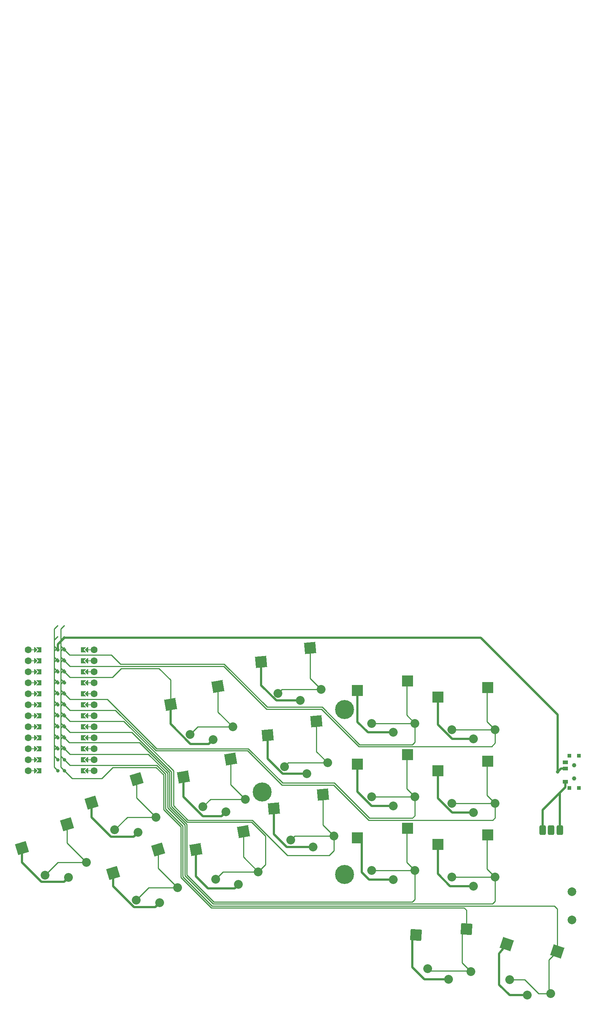
<source format=gtl>
%TF.GenerationSoftware,KiCad,Pcbnew,(6.0.4)*%
%TF.CreationDate,2022-06-08T17:57:10+02:00*%
%TF.ProjectId,basbousa,62617362-6f75-4736-912e-6b696361645f,v1.0.0*%
%TF.SameCoordinates,Original*%
%TF.FileFunction,Copper,L1,Top*%
%TF.FilePolarity,Positive*%
%FSLAX46Y46*%
G04 Gerber Fmt 4.6, Leading zero omitted, Abs format (unit mm)*
G04 Created by KiCad (PCBNEW (6.0.4)) date 2022-06-08 17:57:10*
%MOMM*%
%LPD*%
G01*
G04 APERTURE LIST*
G04 Aperture macros list*
%AMRoundRect*
0 Rectangle with rounded corners*
0 $1 Rounding radius*
0 $2 $3 $4 $5 $6 $7 $8 $9 X,Y pos of 4 corners*
0 Add a 4 corners polygon primitive as box body*
4,1,4,$2,$3,$4,$5,$6,$7,$8,$9,$2,$3,0*
0 Add four circle primitives for the rounded corners*
1,1,$1+$1,$2,$3*
1,1,$1+$1,$4,$5*
1,1,$1+$1,$6,$7*
1,1,$1+$1,$8,$9*
0 Add four rect primitives between the rounded corners*
20,1,$1+$1,$2,$3,$4,$5,0*
20,1,$1+$1,$4,$5,$6,$7,0*
20,1,$1+$1,$6,$7,$8,$9,0*
20,1,$1+$1,$8,$9,$2,$3,0*%
%AMRotRect*
0 Rectangle, with rotation*
0 The origin of the aperture is its center*
0 $1 length*
0 $2 width*
0 $3 Rotation angle, in degrees counterclockwise*
0 Add horizontal line*
21,1,$1,$2,0,0,$3*%
%AMFreePoly0*
4,1,6,0.600000,-0.200000,0.600000,-0.400000,-0.600000,-0.400000,-0.600000,-0.200000,0.000000,0.400000,0.600000,-0.200000,0.600000,-0.200000,$1*%
%AMFreePoly1*
4,1,5,0.125000,-0.500000,-0.125000,-0.500000,-0.125000,0.500000,0.125000,0.500000,0.125000,-0.500000,0.125000,-0.500000,$1*%
%AMFreePoly2*
4,1,6,0.600000,-1.000000,0.000000,-0.400000,-0.600000,-1.000000,-0.600000,0.250000,0.600000,0.250000,0.600000,-1.000000,0.600000,-1.000000,$1*%
%AMFreePoly3*
4,1,49,0.075053,5.687961,0.117161,5.631572,0.122131,5.561371,0.088389,5.499612,-0.641000,4.770224,-0.641000,0.817776,0.088389,0.088388,0.106147,0.064606,0.108253,0.062500,0.108552,0.061385,0.109852,0.059644,0.113262,0.043806,0.125000,0.000000,0.123721,-0.004772,0.124665,-0.009154,0.117240,-0.028961,0.108253,-0.062500,0.102516,-0.068237,0.099961,-0.075053,0.083136,-0.087617,
0.062500,-0.108253,0.051584,-0.111178,0.043572,-0.117161,0.024114,-0.118539,0.000000,-0.125000,-0.014036,-0.121239,-0.026629,-0.122131,-0.041951,-0.113759,-0.062500,-0.108253,-0.075109,-0.095644,-0.088388,-0.088389,-0.854388,0.677612,-0.867707,0.695448,-0.871189,0.698470,-0.871982,0.701174,-0.875852,0.706356,-0.882331,0.736451,-0.891000,0.766000,-0.891000,4.822000,-0.887805,4.844031,
-0.888131,4.848629,-0.886780,4.851102,-0.885852,4.857502,-0.869151,4.883368,-0.854388,4.910388,-0.088388,5.676389,-0.059644,5.697852,0.009154,5.712665,0.075053,5.687961,0.075053,5.687961,$1*%
G04 Aperture macros list end*
%TA.AperFunction,SMDPad,CuDef*%
%ADD10R,0.900000X0.900000*%
%TD*%
%TA.AperFunction,SMDPad,CuDef*%
%ADD11R,1.250000X0.900000*%
%TD*%
%TA.AperFunction,ComponentPad*%
%ADD12RoundRect,0.375000X-0.375000X-0.750000X0.375000X-0.750000X0.375000X0.750000X-0.375000X0.750000X0*%
%TD*%
%TA.AperFunction,ComponentPad*%
%ADD13C,2.000000*%
%TD*%
%TA.AperFunction,SMDPad,CuDef*%
%ADD14RotRect,2.600000X2.600000X10.000000*%
%TD*%
%TA.AperFunction,ComponentPad*%
%ADD15C,2.032000*%
%TD*%
%TA.AperFunction,SMDPad,CuDef*%
%ADD16RotRect,2.600000X2.600000X5.000000*%
%TD*%
%TA.AperFunction,SMDPad,CuDef*%
%ADD17R,2.600000X2.600000*%
%TD*%
%TA.AperFunction,SMDPad,CuDef*%
%ADD18RotRect,2.600000X2.600000X341.000000*%
%TD*%
%TA.AperFunction,WasherPad*%
%ADD19C,1.000000*%
%TD*%
%TA.AperFunction,SMDPad,CuDef*%
%ADD20RotRect,2.600000X2.600000X17.000000*%
%TD*%
%TA.AperFunction,ComponentPad*%
%ADD21C,4.400000*%
%TD*%
%TA.AperFunction,SMDPad,CuDef*%
%ADD22RotRect,2.600000X2.600000X356.000000*%
%TD*%
%TA.AperFunction,SMDPad,CuDef*%
%ADD23FreePoly0,270.000000*%
%TD*%
%TA.AperFunction,ComponentPad*%
%ADD24C,1.600000*%
%TD*%
%TA.AperFunction,SMDPad,CuDef*%
%ADD25FreePoly1,270.000000*%
%TD*%
%TA.AperFunction,SMDPad,CuDef*%
%ADD26FreePoly1,90.000000*%
%TD*%
%TA.AperFunction,SMDPad,CuDef*%
%ADD27FreePoly0,90.000000*%
%TD*%
%TA.AperFunction,SMDPad,CuDef*%
%ADD28FreePoly2,90.000000*%
%TD*%
%TA.AperFunction,SMDPad,CuDef*%
%ADD29FreePoly3,270.000000*%
%TD*%
%TA.AperFunction,ComponentPad*%
%ADD30C,0.800000*%
%TD*%
%TA.AperFunction,SMDPad,CuDef*%
%ADD31FreePoly2,270.000000*%
%TD*%
%TA.AperFunction,SMDPad,CuDef*%
%ADD32FreePoly3,90.000000*%
%TD*%
%TA.AperFunction,ViaPad*%
%ADD33C,0.800000*%
%TD*%
%TA.AperFunction,Conductor*%
%ADD34C,0.250000*%
%TD*%
%TA.AperFunction,Conductor*%
%ADD35C,0.500000*%
%TD*%
G04 APERTURE END LIST*
D10*
%TO.P,T1,*%
%TO.N,*%
X156169000Y87958000D03*
X158369000Y95358000D03*
X158369000Y87958000D03*
X156169000Y95358000D03*
D11*
%TO.P,T1,1*%
%TO.N,Braw*%
X155194000Y89408000D03*
%TO.P,T1,2*%
%TO.N,RAW*%
X155194000Y92408000D03*
%TO.P,T1,3*%
%TO.N,N/C*%
X155194000Y93908000D03*
%TD*%
D12*
%TO.P,PAD1,1*%
%TO.N,Braw*%
X149924000Y78232000D03*
X153924000Y78232000D03*
%TO.P,PAD1,2*%
%TO.N,GND*%
X151924000Y78232000D03*
%TD*%
D13*
%TO.P,B1,1*%
%TO.N,RST*%
X156718000Y63956000D03*
%TO.P,B1,2*%
%TO.N,GND*%
X156718000Y57456000D03*
%TD*%
D14*
%TO.P,S11,1*%
%TO.N,P19*%
X74892476Y111381133D03*
D15*
X78284340Y102078801D03*
X68436262Y100342320D03*
D14*
%TO.P,S11,2*%
%TO.N,GND*%
X63899972Y107208920D03*
D15*
X73724962Y99142464D03*
%TD*%
%TO.P,S15,1*%
%TO.N,P20*%
X100217298Y93764406D03*
D16*
X97649093Y103326959D03*
D15*
X90255351Y92892848D03*
%TO.P,S15,2*%
%TO.N,GND*%
X95419352Y91236618D03*
D16*
X86334787Y100128683D03*
%TD*%
D17*
%TO.P,S21,1*%
%TO.N,P2*%
X118686086Y95636016D03*
D15*
X120411087Y85886017D03*
X110411087Y85886017D03*
D17*
%TO.P,S21,2*%
%TO.N,GND*%
X107136086Y93436017D03*
D15*
X115411087Y83786017D03*
%TD*%
%TO.P,S29,1*%
%TO.N,P0*%
X128985000Y101378000D03*
X138985000Y101378000D03*
D17*
X137259999Y111127999D03*
D15*
%TO.P,S29,2*%
%TO.N,GND*%
X133985000Y99278000D03*
D17*
X125709999Y108928000D03*
%TD*%
D15*
%TO.P,S33,1*%
%TO.N,P8*%
X142318481Y43683012D03*
X151773667Y40427331D03*
D18*
X153316936Y50207741D03*
D15*
%TO.P,S33,2*%
%TO.N,GND*%
X146362381Y40069582D03*
D18*
X141679946Y51887913D03*
%TD*%
D14*
%TO.P,S7,1*%
%TO.N,P5*%
X80796514Y77897669D03*
D15*
X74340300Y66858856D03*
X84188378Y68595337D03*
%TO.P,S7,2*%
%TO.N,GND*%
X79629000Y65659000D03*
D14*
X69804010Y73725456D03*
%TD*%
D19*
%TO.P,T2,*%
%TO.N,*%
X157269000Y93158000D03*
X157269000Y90158000D03*
%TD*%
D20*
%TO.P,S1,1*%
%TO.N,P14*%
X39991903Y79569274D03*
D15*
X34929106Y67825928D03*
X44492153Y70749645D03*
%TO.P,S1,2*%
%TO.N,GND*%
X40324610Y67279547D03*
D20*
X29589800Y74088512D03*
%TD*%
D15*
%TO.P,S5,1*%
%TO.N,P10*%
X50992495Y78270380D03*
D20*
X56055292Y90013726D03*
D15*
X60555542Y81194097D03*
D20*
%TO.P,S5,2*%
%TO.N,GND*%
X45653189Y84532964D03*
D15*
X56387999Y77723999D03*
%TD*%
D17*
%TO.P,S27,1*%
%TO.N,P3*%
X137259999Y94127999D03*
D15*
X138985000Y84378000D03*
X128985000Y84378000D03*
D17*
%TO.P,S27,2*%
%TO.N,GND*%
X125709999Y91928000D03*
D15*
X133985000Y82278000D03*
%TD*%
%TO.P,S9,1*%
%TO.N,P18*%
X71388281Y83600588D03*
X81236359Y85337069D03*
D14*
X77844495Y94639401D03*
%TO.P,S9,2*%
%TO.N,GND*%
X66851991Y90467188D03*
D15*
X76676981Y82400732D03*
%TD*%
D16*
%TO.P,S13,1*%
%TO.N,P4*%
X99130741Y86391649D03*
D15*
X91736999Y75957538D03*
X101698946Y76829096D03*
%TO.P,S13,2*%
%TO.N,GND*%
X96901000Y74301308D03*
D16*
X87816435Y83193373D03*
%TD*%
D15*
%TO.P,S17,1*%
%TO.N,P21*%
X88773704Y109828158D03*
D16*
X96167446Y120262269D03*
D15*
X98735651Y110699716D03*
%TO.P,S17,2*%
%TO.N,GND*%
X93937705Y108171928D03*
D16*
X84853140Y117063993D03*
%TD*%
D21*
%TO.P,REF\u002A\u002A,1*%
%TO.N,N/C*%
X85090000Y86995000D03*
X104140000Y106045000D03*
X104140000Y67945000D03*
%TD*%
D22*
%TO.P,S31,1*%
%TO.N,P9*%
X132303162Y55355504D03*
D15*
X133343836Y45508925D03*
X123368195Y46206490D03*
D22*
%TO.P,S31,2*%
%TO.N,GND*%
X120627833Y53966551D03*
D15*
X128209527Y43762823D03*
%TD*%
%TO.P,S3,1*%
%TO.N,P16*%
X55962814Y62013199D03*
D20*
X61025611Y73756545D03*
D15*
X65525861Y64936916D03*
%TO.P,S3,2*%
%TO.N,GND*%
X61358318Y61466818D03*
D20*
X50623508Y68275783D03*
%TD*%
D15*
%TO.P,S23,1*%
%TO.N,P1*%
X110411087Y102886017D03*
D17*
X118686086Y112636016D03*
D15*
X120411087Y102886017D03*
D17*
%TO.P,S23,2*%
%TO.N,GND*%
X107136086Y110436017D03*
D15*
X115411087Y100786017D03*
%TD*%
%TO.P,S25,1*%
%TO.N,P7*%
X138985000Y67378000D03*
D17*
X137259999Y77127999D03*
D15*
X128985000Y67378000D03*
D17*
%TO.P,S25,2*%
%TO.N,GND*%
X125709999Y74928000D03*
D15*
X133985000Y65278000D03*
%TD*%
%TO.P,S19,1*%
%TO.N,P6*%
X110411087Y68886017D03*
D17*
X118686086Y78636016D03*
D15*
X120411087Y68886017D03*
%TO.P,S19,2*%
%TO.N,GND*%
X115411087Y66786017D03*
D17*
X107136086Y76436017D03*
%TD*%
D23*
%TO.P,,*%
%TO.N,*%
X32766000Y119888000D03*
D24*
X46228000Y99568000D03*
D25*
X32258000Y109728000D03*
D24*
X46228000Y91948000D03*
D26*
X44958000Y102108000D03*
D24*
X30988000Y97028000D03*
X30988000Y112268000D03*
X46228000Y104648000D03*
D23*
X32766000Y91948000D03*
X32766000Y114808000D03*
X32766000Y109728000D03*
D24*
X46228000Y102108000D03*
D23*
X32766000Y104648000D03*
D25*
X32258000Y91948000D03*
X32258000Y112268000D03*
D27*
X44450000Y119888000D03*
D26*
X44958000Y112268000D03*
D24*
X30988000Y104648000D03*
D27*
X44450000Y117348000D03*
D26*
X44958000Y94488000D03*
D24*
X30988000Y94488000D03*
X30988000Y102108000D03*
D26*
X44958000Y114808000D03*
D23*
X32766000Y112268000D03*
D27*
X44450000Y97028000D03*
D26*
X44958000Y109728000D03*
D24*
X46228000Y94488000D03*
D26*
X44958000Y117348000D03*
D24*
X30988000Y99568000D03*
X30988000Y114808000D03*
X30988000Y109728000D03*
D25*
X32258000Y117348000D03*
D24*
X46228000Y112268000D03*
D27*
X44450000Y112268000D03*
D23*
X32766000Y117348000D03*
D26*
X44958000Y107188000D03*
D25*
X32258000Y119888000D03*
D27*
X44450000Y91948000D03*
X44450000Y104648000D03*
D25*
X32258000Y107188000D03*
X32258000Y114808000D03*
X32258000Y102108000D03*
D24*
X30988000Y119888000D03*
D27*
X44450000Y109728000D03*
D24*
X46228000Y119888000D03*
X46228000Y117348000D03*
D26*
X44958000Y99568000D03*
D23*
X32766000Y107188000D03*
D25*
X32258000Y97028000D03*
D23*
X32766000Y102108000D03*
D26*
X44958000Y91948000D03*
X44958000Y119888000D03*
D25*
X32258000Y104648000D03*
D24*
X46228000Y97028000D03*
X46228000Y114808000D03*
D27*
X44450000Y94488000D03*
X44450000Y102108000D03*
D24*
X30988000Y91948000D03*
D23*
X32766000Y97028000D03*
D26*
X44958000Y97028000D03*
X44958000Y104648000D03*
D27*
X44450000Y99568000D03*
D25*
X32258000Y99568000D03*
D24*
X30988000Y107188000D03*
X46228000Y109728000D03*
D27*
X44450000Y107188000D03*
D24*
X30988000Y117348000D03*
D27*
X44450000Y114808000D03*
D25*
X32258000Y94488000D03*
D23*
X32766000Y94488000D03*
X32766000Y99568000D03*
D24*
X46228000Y107188000D03*
D28*
%TO.P,,1*%
%TO.N,RAW*%
X43434000Y119888000D03*
D29*
X37846000Y119888000D03*
D30*
X37846000Y119888000D03*
D29*
%TO.P,,2*%
%TO.N,GND*%
X37846000Y117348000D03*
D30*
X37846000Y117348000D03*
D28*
X43434000Y117348000D03*
D30*
%TO.P,,3*%
%TO.N,RST*%
X37846000Y114808000D03*
D28*
X43434000Y114808000D03*
D29*
X37846000Y114808000D03*
D28*
%TO.P,,4*%
%TO.N,VCC*%
X43434000Y112268000D03*
D29*
X37846000Y112268000D03*
D30*
X37846000Y112268000D03*
D29*
%TO.P,,5*%
%TO.N,P21*%
X37846000Y109728000D03*
D30*
X37846000Y109728000D03*
D28*
X43434000Y109728000D03*
%TO.P,,6*%
%TO.N,P20*%
X43434000Y107188000D03*
D29*
X37846000Y107188000D03*
D30*
X37846000Y107188000D03*
%TO.P,,7*%
%TO.N,P19*%
X37846000Y104648000D03*
D29*
X37846000Y104648000D03*
D28*
X43434000Y104648000D03*
D30*
%TO.P,,8*%
%TO.N,P18*%
X37846000Y102108000D03*
D29*
X37846000Y102108000D03*
D28*
X43434000Y102108000D03*
%TO.P,,9*%
%TO.N,P15*%
X43434000Y99568000D03*
D30*
X37846000Y99568000D03*
D29*
X37846000Y99568000D03*
D28*
%TO.P,,10*%
%TO.N,P14*%
X43434000Y97028000D03*
D29*
X37846000Y97028000D03*
D30*
X37846000Y97028000D03*
D29*
%TO.P,,11*%
%TO.N,P16*%
X37846000Y94488000D03*
D28*
X43434000Y94488000D03*
D30*
X37846000Y94488000D03*
D28*
%TO.P,,12*%
%TO.N,P10*%
X43434000Y91948000D03*
D29*
X37846000Y91948000D03*
D30*
X37846000Y91948000D03*
%TO.P,,13*%
%TO.N,P9*%
X39370000Y91948000D03*
D31*
X33782000Y91948000D03*
D32*
X39370000Y91948000D03*
%TO.P,,14*%
%TO.N,P8*%
X39370000Y94488000D03*
D30*
X39370000Y94488000D03*
D31*
X33782000Y94488000D03*
%TO.P,,15*%
%TO.N,P7*%
X33782000Y97028000D03*
D32*
X39370000Y97028000D03*
D30*
X39370000Y97028000D03*
D32*
%TO.P,,16*%
%TO.N,P6*%
X39370000Y99568000D03*
D31*
X33782000Y99568000D03*
D30*
X39370000Y99568000D03*
D31*
%TO.P,,17*%
%TO.N,P5*%
X33782000Y102108000D03*
D30*
X39370000Y102108000D03*
D32*
X39370000Y102108000D03*
D31*
%TO.P,,18*%
%TO.N,P4*%
X33782000Y104648000D03*
D32*
X39370000Y104648000D03*
D30*
X39370000Y104648000D03*
%TO.P,,19*%
%TO.N,P3*%
X39370000Y107188000D03*
D31*
X33782000Y107188000D03*
D32*
X39370000Y107188000D03*
D30*
%TO.P,,20*%
%TO.N,P2*%
X39370000Y109728000D03*
D31*
X33782000Y109728000D03*
D32*
X39370000Y109728000D03*
D31*
%TO.P,,21*%
%TO.N,GND*%
X33782000Y112268000D03*
D30*
X39370000Y112268000D03*
D32*
X39370000Y112268000D03*
D30*
%TO.P,,22*%
X39370000Y114808000D03*
D31*
X33782000Y114808000D03*
D32*
X39370000Y114808000D03*
D31*
%TO.P,,23*%
%TO.N,P0*%
X33782000Y117348000D03*
D32*
X39370000Y117348000D03*
D30*
X39370000Y117348000D03*
D32*
%TO.P,,24*%
%TO.N,P1*%
X39370000Y119888000D03*
D31*
X33782000Y119888000D03*
D30*
X39370000Y119888000D03*
%TD*%
D33*
%TO.N,RAW*%
X153430113Y91645917D03*
%TD*%
D34*
%TO.N,P6*%
X63672973Y83522181D02*
X64008000Y83187154D01*
X63672973Y91518155D02*
X63672973Y83522181D01*
X118536566Y78486496D02*
X118536566Y70760538D01*
X40494511Y98443489D02*
X56747639Y98443489D01*
X39370000Y99568000D02*
X40494511Y98443489D01*
X64008000Y83187151D02*
X67642560Y79552591D01*
X119771040Y61605040D02*
X120411087Y62245087D01*
X118536566Y70760538D02*
X120411087Y68886017D01*
X118686087Y78636017D02*
X118536566Y78486496D01*
X120411087Y62245087D02*
X120411087Y68886017D01*
X67642560Y67868594D02*
X73906114Y61605040D01*
X73906114Y61605040D02*
X119771040Y61605040D01*
X67642560Y79552591D02*
X67642560Y67868594D01*
X120411087Y68886017D02*
X110411087Y68886017D01*
X64008000Y83187154D02*
X64008000Y83187151D01*
X56747639Y98443489D02*
X63672973Y91518155D01*
D35*
%TO.N,GND*%
X55452647Y60450819D02*
X50623509Y65279957D01*
X88357387Y108171928D02*
X84853141Y111676174D01*
X68520026Y98126465D02*
X63899973Y102746518D01*
D34*
X63899973Y112884027D02*
X63899973Y107208920D01*
D35*
X119788424Y46581576D02*
X119788424Y52722072D01*
X50133217Y76708000D02*
X45653189Y81188028D01*
X108153560Y68448217D02*
X108153560Y75418544D01*
X55372000Y76708000D02*
X50133217Y76708000D01*
X125710000Y85580453D02*
X125710000Y91928000D01*
X139851259Y42520741D02*
X139851259Y49708566D01*
X56387999Y77723999D02*
X55372000Y76708000D01*
D34*
X39370000Y114808000D02*
X40640000Y113538000D01*
D35*
X133985000Y82278000D02*
X129012453Y82278000D01*
X78721517Y64751517D02*
X72569226Y64751517D01*
X84853141Y111676174D02*
X84853141Y117063993D01*
X71393358Y81384733D02*
X66851992Y85926099D01*
X61358318Y61466818D02*
X60342319Y60450819D01*
D34*
X50499075Y113538000D02*
X52531075Y115570000D01*
X52531075Y115570000D02*
X61214000Y115570000D01*
D35*
X125710000Y102580453D02*
X125710000Y108928000D01*
X109815760Y66786017D02*
X108153560Y68448217D01*
X93937705Y108171928D02*
X88357387Y108171928D01*
X73724962Y99142464D02*
X72708963Y98126465D01*
X90798692Y74301308D02*
X87816436Y77283564D01*
X45653189Y81188028D02*
X45653189Y84532964D01*
X129012453Y99278000D02*
X125710000Y102580453D01*
X107136087Y103216201D02*
X107136087Y110436017D01*
X87816436Y77283564D02*
X87816436Y83193373D01*
X128209528Y43762822D02*
X122607178Y43762822D01*
X115411087Y100786017D02*
X109566271Y100786017D01*
X110438540Y83786017D02*
X107136087Y87088470D01*
X129012453Y82278000D02*
X125710000Y85580453D01*
X63899973Y102746518D02*
X63899973Y107208920D01*
X115411087Y83786017D02*
X110438540Y83786017D01*
X125710000Y68092000D02*
X125710000Y74928000D01*
D34*
X61214000Y115570000D02*
X63899973Y112884027D01*
D35*
X86334788Y94740864D02*
X86334788Y100128683D01*
X107136087Y87088470D02*
X107136087Y93436017D01*
X34062952Y66263548D02*
X29589800Y70736700D01*
X115411087Y66786017D02*
X109815760Y66786017D01*
X128524000Y65278000D02*
X125710000Y68092000D01*
X109566271Y100786017D02*
X107136087Y103216201D01*
X146362381Y40069582D02*
X142302418Y40069582D01*
X96901000Y74301308D02*
X90798692Y74301308D01*
X142302418Y40069582D02*
X139851259Y42520741D01*
X139851259Y49708566D02*
X141679948Y51887913D01*
D34*
X40640000Y113538000D02*
X50499075Y113538000D01*
D35*
X60342319Y60450819D02*
X55452647Y60450819D01*
X39308611Y66263548D02*
X34062952Y66263548D01*
X133985000Y65278000D02*
X128524000Y65278000D01*
X29589800Y70736700D02*
X29589800Y74088512D01*
X133985000Y99278000D02*
X129012453Y99278000D01*
X50623509Y65279957D02*
X50623509Y68275783D01*
X76676981Y82400732D02*
X75660982Y81384733D01*
X95419352Y91236618D02*
X89839034Y91236618D01*
X75660982Y81384733D02*
X71393358Y81384733D01*
X72569226Y64751517D02*
X69804011Y67516732D01*
X79629000Y65659000D02*
X78721517Y64751517D01*
X89839034Y91236618D02*
X86334788Y94740864D01*
X66851992Y85926099D02*
X66851992Y90467188D01*
X40324610Y67279547D02*
X39308611Y66263548D01*
X122607178Y43762822D02*
X119788424Y46581576D01*
X69804011Y67516732D02*
X69804011Y73725456D01*
X72708963Y98126465D02*
X68520026Y98126465D01*
D34*
%TO.N,P5*%
X85852000Y76834282D02*
X85852000Y70258959D01*
X85852000Y70258959D02*
X84188378Y68595337D01*
X64122493Y91704353D02*
X64122493Y83708379D01*
X80796515Y71987200D02*
X84188378Y68595337D01*
X40640000Y100838000D02*
X54988846Y100838000D01*
X84188378Y68595337D02*
X76076781Y68595337D01*
X80796515Y77897670D02*
X80796515Y71987200D01*
X76076781Y68595337D02*
X74340300Y66858856D01*
X82617802Y80068480D02*
X85852000Y76834282D01*
X54988846Y100838000D02*
X64122493Y91704353D01*
X64122493Y83708379D02*
X67762393Y80068480D01*
X67762393Y80068480D02*
X82617802Y80068480D01*
X39370000Y102108000D02*
X40640000Y100838000D01*
%TO.N,P4*%
X92608557Y76829096D02*
X91736999Y75957538D01*
X100584000Y72390000D02*
X101698946Y73504946D01*
X101698946Y76829096D02*
X99130742Y79397300D01*
X99130742Y79397300D02*
X99130742Y86391651D01*
X101698946Y73504946D02*
X101698946Y76829096D01*
X67948590Y80518000D02*
X82804000Y80518000D01*
X39370000Y104648000D02*
X40640000Y103378000D01*
X40640000Y103378000D02*
X53084564Y103378000D01*
X53084564Y103378000D02*
X64572013Y91890551D01*
X101698946Y76829096D02*
X92608557Y76829096D01*
X64572013Y83894577D02*
X67948590Y80518000D01*
X64572013Y91890551D02*
X64572013Y83894577D01*
X90932000Y72390000D02*
X100584000Y72390000D01*
X82804000Y80518000D02*
X90932000Y72390000D01*
%TO.N,P3*%
X138985000Y81073000D02*
X138985000Y84378000D01*
X137110479Y86252521D02*
X137110479Y93978479D01*
X138430000Y80518000D02*
X138985000Y81073000D01*
X40640000Y105918000D02*
X51180282Y105918000D01*
X89662000Y88646000D02*
X101600000Y88646000D01*
X81729520Y96578480D02*
X89662000Y88646000D01*
X109728000Y80518000D02*
X138430000Y80518000D01*
X138985000Y84378000D02*
X137110479Y86252521D01*
X137110479Y93978479D02*
X137260000Y94128000D01*
X39370000Y107188000D02*
X40640000Y105918000D01*
X51180282Y105918000D02*
X60519802Y96578480D01*
X60519802Y96578480D02*
X81729520Y96578480D01*
X101600000Y88646000D02*
X109728000Y80518000D01*
X128985000Y84378000D02*
X138985000Y84378000D01*
%TO.N,P2*%
X101786198Y89095520D02*
X109914198Y80967520D01*
X118536566Y87760538D02*
X120411087Y85886017D01*
X110411087Y85886017D02*
X120411087Y85886017D01*
X89848198Y89095520D02*
X101786198Y89095520D01*
X60706000Y97028000D02*
X81915718Y97028000D01*
X49276000Y108458000D02*
X60706000Y97028000D01*
X118536566Y95486496D02*
X118536566Y87760538D01*
X40640000Y108458000D02*
X49276000Y108458000D01*
X118686087Y95636017D02*
X118536566Y95486496D01*
X119829520Y80967520D02*
X120411087Y81549087D01*
X120411087Y81549087D02*
X120411087Y85886017D01*
X39370000Y109728000D02*
X40640000Y108458000D01*
X81915718Y97028000D02*
X89848198Y89095520D01*
X109914198Y80967520D02*
X119829520Y80967520D01*
%TO.N,P0*%
X40640000Y116078000D02*
X76200000Y116078000D01*
X39370000Y117348000D02*
X40640000Y116078000D01*
X137110479Y103252521D02*
X137110479Y110978479D01*
X128985000Y101378000D02*
X138985000Y101378000D01*
X137110479Y110978479D02*
X137260000Y111128000D01*
X138985000Y101378000D02*
X137110479Y103252521D01*
X76200000Y116078000D02*
X86106000Y106172000D01*
X98806000Y106172000D02*
X107467462Y97510538D01*
X138150538Y97510538D02*
X138985000Y98345000D01*
X138985000Y98345000D02*
X138985000Y101378000D01*
X86106000Y106172000D02*
X98806000Y106172000D01*
X107467462Y97510538D02*
X138150538Y97510538D01*
%TO.N,P1*%
X52324000Y116586000D02*
X76327718Y116586000D01*
X118536566Y112486496D02*
X118536566Y104760538D01*
X76327718Y116586000D02*
X86292198Y106621520D01*
X120411087Y98567087D02*
X120411087Y102886017D01*
X50190189Y118719811D02*
X52324000Y116586000D01*
X120411087Y102886017D02*
X110411087Y102886017D01*
X118686087Y112636017D02*
X118536566Y112486496D01*
X39370000Y119888000D02*
X40538189Y118719811D01*
X107653660Y97960058D02*
X119804058Y97960058D01*
X40538189Y118719811D02*
X50190189Y118719811D01*
X98992198Y106621520D02*
X107653660Y97960058D01*
X86292198Y106621520D02*
X98992198Y106621520D01*
X119804058Y97960058D02*
X120411087Y98567087D01*
X118536566Y104760538D02*
X120411087Y102886017D01*
%TO.N,P18*%
X77844496Y88728932D02*
X81236359Y85337069D01*
X77844496Y94639402D02*
X77844496Y88728932D01*
X81236359Y85337069D02*
X73124762Y85337069D01*
X73124762Y85337069D02*
X71388281Y83600588D01*
%TO.N,P14*%
X37852823Y70749645D02*
X34929106Y67825928D01*
X44492153Y70749645D02*
X37852823Y70749645D01*
X39991903Y79569276D02*
X39991903Y75249895D01*
X39991903Y75249895D02*
X44492153Y70749645D01*
%TO.N,P16*%
X61025611Y69437166D02*
X65525861Y64936916D01*
X65525861Y64936916D02*
X58886531Y64936916D01*
X58886531Y64936916D02*
X55962814Y62013199D01*
X61025611Y73756547D02*
X61025611Y69437166D01*
%TO.N,P10*%
X60555542Y81194097D02*
X53916212Y81194097D01*
X56055292Y90013728D02*
X56055292Y85694347D01*
X53916212Y81194097D02*
X50992495Y78270380D01*
X56055292Y85694347D02*
X60555542Y81194097D01*
%TO.N,P19*%
X70172743Y102078801D02*
X68436262Y100342320D01*
X74892477Y111381134D02*
X74892477Y105470664D01*
X78284340Y102078801D02*
X70172743Y102078801D01*
X74892477Y105470664D02*
X78284340Y102078801D01*
%TO.N,P20*%
X100217298Y93764406D02*
X91126909Y93764406D01*
X97649094Y96332610D02*
X100217298Y93764406D01*
X97649094Y103326961D02*
X97649094Y96332610D01*
X91126909Y93764406D02*
X90255351Y92892848D01*
%TO.N,P21*%
X96167447Y120262271D02*
X96167447Y113267920D01*
X89645262Y110699716D02*
X88773704Y109828158D01*
X98735651Y110699716D02*
X89645262Y110699716D01*
X96167447Y113267920D02*
X98735651Y110699716D01*
%TO.N,P7*%
X138985000Y61769000D02*
X138985000Y67378000D01*
X58797410Y95758000D02*
X63223453Y91331957D01*
X63223453Y83335983D02*
X67193040Y79366394D01*
X73719916Y61155520D02*
X138371520Y61155520D01*
X138985000Y67378000D02*
X128985000Y67378000D01*
X40640000Y95758000D02*
X58797410Y95758000D01*
X137110479Y76978479D02*
X137260000Y77128000D01*
X137110479Y69252521D02*
X137110479Y76978479D01*
X67193040Y79366394D02*
X67193040Y67682396D01*
X39370000Y97028000D02*
X40640000Y95758000D01*
X67193040Y67682396D02*
X73719916Y61155520D01*
X63223453Y91331957D02*
X63223453Y83335983D01*
X138371520Y61155520D02*
X138985000Y61769000D01*
X138985000Y67378000D02*
X137110479Y69252521D01*
%TO.N,P8*%
X149056669Y40427331D02*
X145800988Y43683012D01*
X153316936Y60043064D02*
X153316936Y50207741D01*
X152654000Y60706000D02*
X153316936Y60043064D01*
X66743520Y67496198D02*
X73533718Y60706000D01*
X153316937Y50207742D02*
X151384000Y48274805D01*
X60701692Y93218000D02*
X62773933Y91145759D01*
X62773933Y83149785D02*
X66743520Y79180197D01*
X62773933Y91145759D02*
X62773933Y83149785D01*
X151773667Y40427331D02*
X149056669Y40427331D01*
X73533718Y60706000D02*
X152654000Y60706000D01*
X39370000Y94488000D02*
X40640000Y93218000D01*
X151384000Y40816998D02*
X151773667Y40427331D01*
X66743520Y79180197D02*
X66743520Y67496198D01*
X151384000Y48274805D02*
X151384000Y40816998D01*
X145800988Y43683012D02*
X142318482Y43683012D01*
X40640000Y93218000D02*
X60701692Y93218000D01*
%TO.N,P9*%
X66294000Y67310000D02*
X66294000Y78994000D01*
X62324413Y90959561D02*
X60573974Y92710000D01*
X131767520Y60256480D02*
X73347521Y60256480D01*
X73347521Y60256480D02*
X66294000Y67310000D01*
X133132761Y45720000D02*
X123854685Y45720000D01*
X50546000Y92710000D02*
X48006000Y90170000D01*
X132303162Y55355504D02*
X132303162Y59720838D01*
X60573974Y92710000D02*
X50546000Y92710000D01*
X41148000Y90170000D02*
X39370000Y91948000D01*
X131318000Y54370342D02*
X131318000Y47534761D01*
X133343836Y45508925D02*
X133132761Y45720000D01*
X132303162Y55355504D02*
X131318000Y54370342D01*
X131318000Y47534761D02*
X133343836Y45508925D01*
X48006000Y90170000D02*
X41148000Y90170000D01*
X123854685Y45720000D02*
X123368196Y46206489D01*
X132303162Y59720838D02*
X131767520Y60256480D01*
X62324413Y82963587D02*
X62324413Y90959561D01*
X66294000Y78994000D02*
X62324413Y82963587D01*
D35*
%TO.N,RAW*%
X37846000Y119888000D02*
X37846000Y121158000D01*
X154192196Y92408000D02*
X153430113Y91645917D01*
X155194000Y92408000D02*
X154192196Y92408000D01*
X37846000Y121158000D02*
X39370000Y122682000D01*
X39370000Y122682000D02*
X135636000Y122682000D01*
X135636000Y122682000D02*
X153430113Y104887887D01*
X153430113Y104887887D02*
X153430113Y91645917D01*
%TO.N,Braw*%
X155194000Y88138000D02*
X149924000Y82868000D01*
X153924000Y86868000D02*
X153924000Y78232000D01*
X155194000Y88138000D02*
X153924000Y86868000D01*
X149924000Y82868000D02*
X149924000Y78232000D01*
X155194000Y89408000D02*
X155194000Y88138000D01*
%TD*%
M02*

</source>
